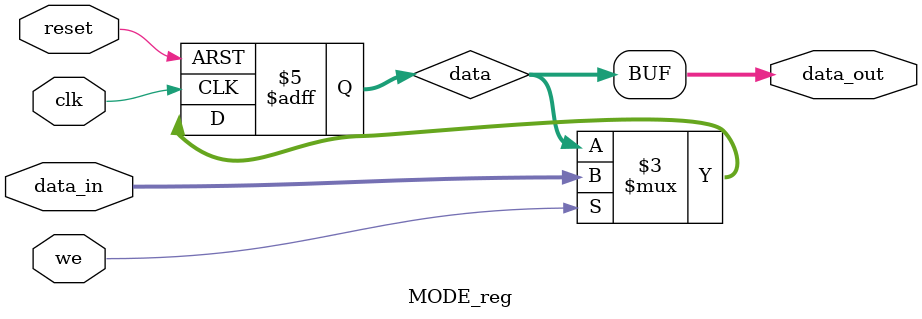
<source format=sv>
`timescale 1ns / 1ps


module register(
    input wire clk,
    input wire reset,
    input wire[5:0] waddr,
    input wire[31:0] wdata,
    input wire we,
    input wire[5:0] raddr_a,
    output reg[31:0] rdata_a,
    input wire[5:0] raddr_b,
    output reg[31:0] rdata_b
    );
    reg [31:0] data_reg [0:31];
    reg a_reg;
    reg b_reg;
    integer i;

    always_ff @ (posedge clk or posedge reset) begin
        if(reset) begin
            a_reg <= 'b0;
            b_reg <= 'b0;
            for(i = 0 ;i < 32;i++)begin
                data_reg[i] <= 'b0;
            end
        end
        else begin
            if(we) begin
                if(waddr != 'b0) begin
                    data_reg[waddr] <= wdata;
                end
            end
        end
    end
    assign    rdata_a = data_reg[raddr_a];
    assign    rdata_b = data_reg[raddr_b];
endmodule

module CSR_reg(
    input wire clk,
    input wire reset,

    input wire we,
    input wire[31:0] data_in,
    output reg[31:0] data_out
);

reg [31:0] data;

always_ff @ (posedge clk or posedge reset) begin

    if(reset) begin
        data <= 32'b0;
    end
    else begin
        if(we) begin
            data <= data_in;
        end
    end
end

assign data_out = data;

endmodule

module MODE_reg(
    input wire clk,
    input wire reset,

    input wire we,
    input wire[1:0] data_in,
    output reg[1:0] data_out
);

reg [1:0] data;

always_ff @ (posedge clk or posedge reset) begin

    if(reset) begin
        data <= 2'b11;
    end
    else begin
        if(we) begin
            data <= data_in;
        end
    end
end

assign data_out = data;

endmodule

</source>
